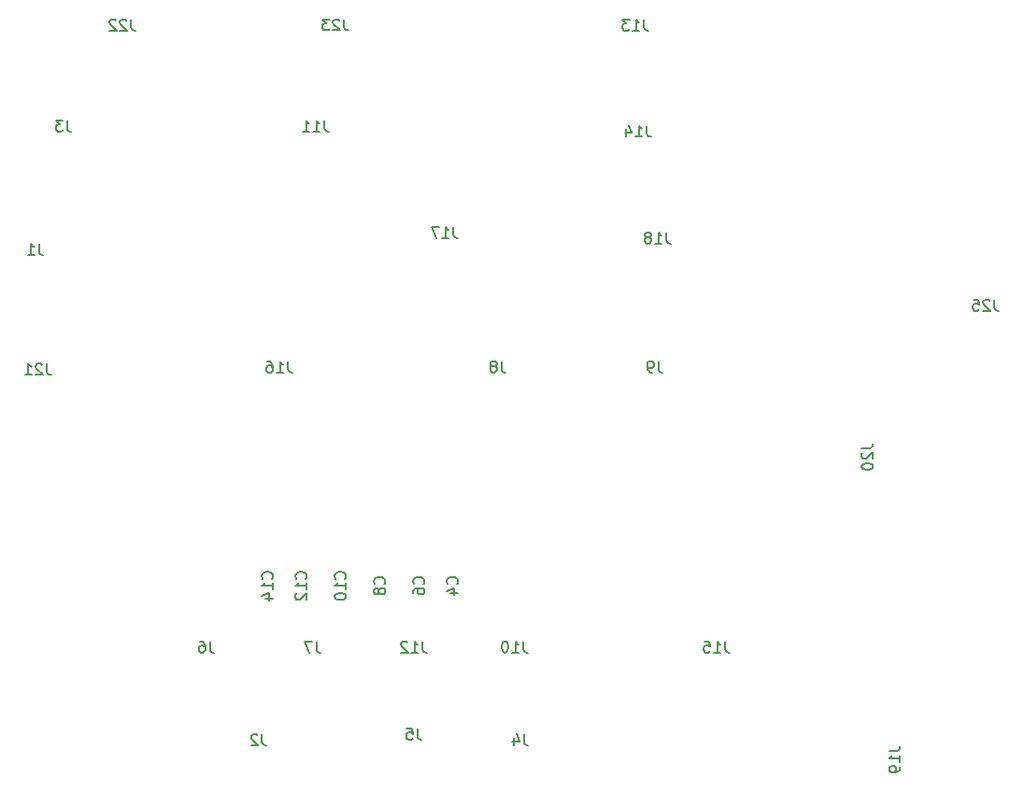
<source format=gbr>
%TF.GenerationSoftware,KiCad,Pcbnew,7.0.9*%
%TF.CreationDate,2023-11-25T12:12:56+10:00*%
%TF.ProjectId,Left Console Input,4c656674-2043-46f6-9e73-6f6c6520496e,rev?*%
%TF.SameCoordinates,Original*%
%TF.FileFunction,Legend,Bot*%
%TF.FilePolarity,Positive*%
%FSLAX46Y46*%
G04 Gerber Fmt 4.6, Leading zero omitted, Abs format (unit mm)*
G04 Created by KiCad (PCBNEW 7.0.9) date 2023-11-25 12:12:56*
%MOMM*%
%LPD*%
G01*
G04 APERTURE LIST*
%ADD10C,0.150000*%
G04 APERTURE END LIST*
D10*
X148111580Y-106977142D02*
X148159200Y-106929523D01*
X148159200Y-106929523D02*
X148206819Y-106786666D01*
X148206819Y-106786666D02*
X148206819Y-106691428D01*
X148206819Y-106691428D02*
X148159200Y-106548571D01*
X148159200Y-106548571D02*
X148063961Y-106453333D01*
X148063961Y-106453333D02*
X147968723Y-106405714D01*
X147968723Y-106405714D02*
X147778247Y-106358095D01*
X147778247Y-106358095D02*
X147635390Y-106358095D01*
X147635390Y-106358095D02*
X147444914Y-106405714D01*
X147444914Y-106405714D02*
X147349676Y-106453333D01*
X147349676Y-106453333D02*
X147254438Y-106548571D01*
X147254438Y-106548571D02*
X147206819Y-106691428D01*
X147206819Y-106691428D02*
X147206819Y-106786666D01*
X147206819Y-106786666D02*
X147254438Y-106929523D01*
X147254438Y-106929523D02*
X147302057Y-106977142D01*
X148206819Y-107929523D02*
X148206819Y-107358095D01*
X148206819Y-107643809D02*
X147206819Y-107643809D01*
X147206819Y-107643809D02*
X147349676Y-107548571D01*
X147349676Y-107548571D02*
X147444914Y-107453333D01*
X147444914Y-107453333D02*
X147492533Y-107358095D01*
X147540152Y-108786666D02*
X148206819Y-108786666D01*
X147159200Y-108548571D02*
X147873485Y-108310476D01*
X147873485Y-108310476D02*
X147873485Y-108929523D01*
X152149333Y-112662819D02*
X152149333Y-113377104D01*
X152149333Y-113377104D02*
X152196952Y-113519961D01*
X152196952Y-113519961D02*
X152292190Y-113615200D01*
X152292190Y-113615200D02*
X152435047Y-113662819D01*
X152435047Y-113662819D02*
X152530285Y-113662819D01*
X151768380Y-112662819D02*
X151101714Y-112662819D01*
X151101714Y-112662819D02*
X151530285Y-113662819D01*
X161769523Y-112662819D02*
X161769523Y-113377104D01*
X161769523Y-113377104D02*
X161817142Y-113519961D01*
X161817142Y-113519961D02*
X161912380Y-113615200D01*
X161912380Y-113615200D02*
X162055237Y-113662819D01*
X162055237Y-113662819D02*
X162150475Y-113662819D01*
X160769523Y-113662819D02*
X161340951Y-113662819D01*
X161055237Y-113662819D02*
X161055237Y-112662819D01*
X161055237Y-112662819D02*
X161150475Y-112805676D01*
X161150475Y-112805676D02*
X161245713Y-112900914D01*
X161245713Y-112900914D02*
X161340951Y-112948533D01*
X160388570Y-112758057D02*
X160340951Y-112710438D01*
X160340951Y-112710438D02*
X160245713Y-112662819D01*
X160245713Y-112662819D02*
X160007618Y-112662819D01*
X160007618Y-112662819D02*
X159912380Y-112710438D01*
X159912380Y-112710438D02*
X159864761Y-112758057D01*
X159864761Y-112758057D02*
X159817142Y-112853295D01*
X159817142Y-112853295D02*
X159817142Y-112948533D01*
X159817142Y-112948533D02*
X159864761Y-113091390D01*
X159864761Y-113091390D02*
X160436189Y-113662819D01*
X160436189Y-113662819D02*
X159817142Y-113662819D01*
X168913333Y-87262819D02*
X168913333Y-87977104D01*
X168913333Y-87977104D02*
X168960952Y-88119961D01*
X168960952Y-88119961D02*
X169056190Y-88215200D01*
X169056190Y-88215200D02*
X169199047Y-88262819D01*
X169199047Y-88262819D02*
X169294285Y-88262819D01*
X168294285Y-87691390D02*
X168389523Y-87643771D01*
X168389523Y-87643771D02*
X168437142Y-87596152D01*
X168437142Y-87596152D02*
X168484761Y-87500914D01*
X168484761Y-87500914D02*
X168484761Y-87453295D01*
X168484761Y-87453295D02*
X168437142Y-87358057D01*
X168437142Y-87358057D02*
X168389523Y-87310438D01*
X168389523Y-87310438D02*
X168294285Y-87262819D01*
X168294285Y-87262819D02*
X168103809Y-87262819D01*
X168103809Y-87262819D02*
X168008571Y-87310438D01*
X168008571Y-87310438D02*
X167960952Y-87358057D01*
X167960952Y-87358057D02*
X167913333Y-87453295D01*
X167913333Y-87453295D02*
X167913333Y-87500914D01*
X167913333Y-87500914D02*
X167960952Y-87596152D01*
X167960952Y-87596152D02*
X168008571Y-87643771D01*
X168008571Y-87643771D02*
X168103809Y-87691390D01*
X168103809Y-87691390D02*
X168294285Y-87691390D01*
X168294285Y-87691390D02*
X168389523Y-87739009D01*
X168389523Y-87739009D02*
X168437142Y-87786628D01*
X168437142Y-87786628D02*
X168484761Y-87881866D01*
X168484761Y-87881866D02*
X168484761Y-88072342D01*
X168484761Y-88072342D02*
X168437142Y-88167580D01*
X168437142Y-88167580D02*
X168389523Y-88215200D01*
X168389523Y-88215200D02*
X168294285Y-88262819D01*
X168294285Y-88262819D02*
X168103809Y-88262819D01*
X168103809Y-88262819D02*
X168008571Y-88215200D01*
X168008571Y-88215200D02*
X167960952Y-88167580D01*
X167960952Y-88167580D02*
X167913333Y-88072342D01*
X167913333Y-88072342D02*
X167913333Y-87881866D01*
X167913333Y-87881866D02*
X167960952Y-87786628D01*
X167960952Y-87786628D02*
X168008571Y-87739009D01*
X168008571Y-87739009D02*
X168103809Y-87691390D01*
X147223333Y-121082819D02*
X147223333Y-121797104D01*
X147223333Y-121797104D02*
X147270952Y-121939961D01*
X147270952Y-121939961D02*
X147366190Y-122035200D01*
X147366190Y-122035200D02*
X147509047Y-122082819D01*
X147509047Y-122082819D02*
X147604285Y-122082819D01*
X146794761Y-121178057D02*
X146747142Y-121130438D01*
X146747142Y-121130438D02*
X146651904Y-121082819D01*
X146651904Y-121082819D02*
X146413809Y-121082819D01*
X146413809Y-121082819D02*
X146318571Y-121130438D01*
X146318571Y-121130438D02*
X146270952Y-121178057D01*
X146270952Y-121178057D02*
X146223333Y-121273295D01*
X146223333Y-121273295D02*
X146223333Y-121368533D01*
X146223333Y-121368533D02*
X146270952Y-121511390D01*
X146270952Y-121511390D02*
X146842380Y-122082819D01*
X146842380Y-122082819D02*
X146223333Y-122082819D01*
X135353523Y-56274819D02*
X135353523Y-56989104D01*
X135353523Y-56989104D02*
X135401142Y-57131961D01*
X135401142Y-57131961D02*
X135496380Y-57227200D01*
X135496380Y-57227200D02*
X135639237Y-57274819D01*
X135639237Y-57274819D02*
X135734475Y-57274819D01*
X134924951Y-56370057D02*
X134877332Y-56322438D01*
X134877332Y-56322438D02*
X134782094Y-56274819D01*
X134782094Y-56274819D02*
X134543999Y-56274819D01*
X134543999Y-56274819D02*
X134448761Y-56322438D01*
X134448761Y-56322438D02*
X134401142Y-56370057D01*
X134401142Y-56370057D02*
X134353523Y-56465295D01*
X134353523Y-56465295D02*
X134353523Y-56560533D01*
X134353523Y-56560533D02*
X134401142Y-56703390D01*
X134401142Y-56703390D02*
X134972570Y-57274819D01*
X134972570Y-57274819D02*
X134353523Y-57274819D01*
X133972570Y-56370057D02*
X133924951Y-56322438D01*
X133924951Y-56322438D02*
X133829713Y-56274819D01*
X133829713Y-56274819D02*
X133591618Y-56274819D01*
X133591618Y-56274819D02*
X133496380Y-56322438D01*
X133496380Y-56322438D02*
X133448761Y-56370057D01*
X133448761Y-56370057D02*
X133401142Y-56465295D01*
X133401142Y-56465295D02*
X133401142Y-56560533D01*
X133401142Y-56560533D02*
X133448761Y-56703390D01*
X133448761Y-56703390D02*
X134020189Y-57274819D01*
X134020189Y-57274819D02*
X133401142Y-57274819D01*
X129543333Y-65418819D02*
X129543333Y-66133104D01*
X129543333Y-66133104D02*
X129590952Y-66275961D01*
X129590952Y-66275961D02*
X129686190Y-66371200D01*
X129686190Y-66371200D02*
X129829047Y-66418819D01*
X129829047Y-66418819D02*
X129924285Y-66418819D01*
X129162380Y-65418819D02*
X128543333Y-65418819D01*
X128543333Y-65418819D02*
X128876666Y-65799771D01*
X128876666Y-65799771D02*
X128733809Y-65799771D01*
X128733809Y-65799771D02*
X128638571Y-65847390D01*
X128638571Y-65847390D02*
X128590952Y-65895009D01*
X128590952Y-65895009D02*
X128543333Y-65990247D01*
X128543333Y-65990247D02*
X128543333Y-66228342D01*
X128543333Y-66228342D02*
X128590952Y-66323580D01*
X128590952Y-66323580D02*
X128638571Y-66371200D01*
X128638571Y-66371200D02*
X128733809Y-66418819D01*
X128733809Y-66418819D02*
X129019523Y-66418819D01*
X129019523Y-66418819D02*
X129114761Y-66371200D01*
X129114761Y-66371200D02*
X129162380Y-66323580D01*
X161827580Y-107453333D02*
X161875200Y-107405714D01*
X161875200Y-107405714D02*
X161922819Y-107262857D01*
X161922819Y-107262857D02*
X161922819Y-107167619D01*
X161922819Y-107167619D02*
X161875200Y-107024762D01*
X161875200Y-107024762D02*
X161779961Y-106929524D01*
X161779961Y-106929524D02*
X161684723Y-106881905D01*
X161684723Y-106881905D02*
X161494247Y-106834286D01*
X161494247Y-106834286D02*
X161351390Y-106834286D01*
X161351390Y-106834286D02*
X161160914Y-106881905D01*
X161160914Y-106881905D02*
X161065676Y-106929524D01*
X161065676Y-106929524D02*
X160970438Y-107024762D01*
X160970438Y-107024762D02*
X160922819Y-107167619D01*
X160922819Y-107167619D02*
X160922819Y-107262857D01*
X160922819Y-107262857D02*
X160970438Y-107405714D01*
X160970438Y-107405714D02*
X161018057Y-107453333D01*
X160922819Y-108310476D02*
X160922819Y-108120000D01*
X160922819Y-108120000D02*
X160970438Y-108024762D01*
X160970438Y-108024762D02*
X161018057Y-107977143D01*
X161018057Y-107977143D02*
X161160914Y-107881905D01*
X161160914Y-107881905D02*
X161351390Y-107834286D01*
X161351390Y-107834286D02*
X161732342Y-107834286D01*
X161732342Y-107834286D02*
X161827580Y-107881905D01*
X161827580Y-107881905D02*
X161875200Y-107929524D01*
X161875200Y-107929524D02*
X161922819Y-108024762D01*
X161922819Y-108024762D02*
X161922819Y-108215238D01*
X161922819Y-108215238D02*
X161875200Y-108310476D01*
X161875200Y-108310476D02*
X161827580Y-108358095D01*
X161827580Y-108358095D02*
X161732342Y-108405714D01*
X161732342Y-108405714D02*
X161494247Y-108405714D01*
X161494247Y-108405714D02*
X161399009Y-108358095D01*
X161399009Y-108358095D02*
X161351390Y-108310476D01*
X161351390Y-108310476D02*
X161303771Y-108215238D01*
X161303771Y-108215238D02*
X161303771Y-108024762D01*
X161303771Y-108024762D02*
X161351390Y-107929524D01*
X161351390Y-107929524D02*
X161399009Y-107881905D01*
X161399009Y-107881905D02*
X161494247Y-107834286D01*
X183137333Y-87262819D02*
X183137333Y-87977104D01*
X183137333Y-87977104D02*
X183184952Y-88119961D01*
X183184952Y-88119961D02*
X183280190Y-88215200D01*
X183280190Y-88215200D02*
X183423047Y-88262819D01*
X183423047Y-88262819D02*
X183518285Y-88262819D01*
X182613523Y-88262819D02*
X182423047Y-88262819D01*
X182423047Y-88262819D02*
X182327809Y-88215200D01*
X182327809Y-88215200D02*
X182280190Y-88167580D01*
X182280190Y-88167580D02*
X182184952Y-88024723D01*
X182184952Y-88024723D02*
X182137333Y-87834247D01*
X182137333Y-87834247D02*
X182137333Y-87453295D01*
X182137333Y-87453295D02*
X182184952Y-87358057D01*
X182184952Y-87358057D02*
X182232571Y-87310438D01*
X182232571Y-87310438D02*
X182327809Y-87262819D01*
X182327809Y-87262819D02*
X182518285Y-87262819D01*
X182518285Y-87262819D02*
X182613523Y-87310438D01*
X182613523Y-87310438D02*
X182661142Y-87358057D01*
X182661142Y-87358057D02*
X182708761Y-87453295D01*
X182708761Y-87453295D02*
X182708761Y-87691390D01*
X182708761Y-87691390D02*
X182661142Y-87786628D01*
X182661142Y-87786628D02*
X182613523Y-87834247D01*
X182613523Y-87834247D02*
X182518285Y-87881866D01*
X182518285Y-87881866D02*
X182327809Y-87881866D01*
X182327809Y-87881866D02*
X182232571Y-87834247D01*
X182232571Y-87834247D02*
X182184952Y-87786628D01*
X182184952Y-87786628D02*
X182137333Y-87691390D01*
X170945333Y-121062819D02*
X170945333Y-121777104D01*
X170945333Y-121777104D02*
X170992952Y-121919961D01*
X170992952Y-121919961D02*
X171088190Y-122015200D01*
X171088190Y-122015200D02*
X171231047Y-122062819D01*
X171231047Y-122062819D02*
X171326285Y-122062819D01*
X170040571Y-121396152D02*
X170040571Y-122062819D01*
X170278666Y-121015200D02*
X170516761Y-121729485D01*
X170516761Y-121729485D02*
X169897714Y-121729485D01*
X152879523Y-65438819D02*
X152879523Y-66153104D01*
X152879523Y-66153104D02*
X152927142Y-66295961D01*
X152927142Y-66295961D02*
X153022380Y-66391200D01*
X153022380Y-66391200D02*
X153165237Y-66438819D01*
X153165237Y-66438819D02*
X153260475Y-66438819D01*
X151879523Y-66438819D02*
X152450951Y-66438819D01*
X152165237Y-66438819D02*
X152165237Y-65438819D01*
X152165237Y-65438819D02*
X152260475Y-65581676D01*
X152260475Y-65581676D02*
X152355713Y-65676914D01*
X152355713Y-65676914D02*
X152450951Y-65724533D01*
X150927142Y-66438819D02*
X151498570Y-66438819D01*
X151212856Y-66438819D02*
X151212856Y-65438819D01*
X151212856Y-65438819D02*
X151308094Y-65581676D01*
X151308094Y-65581676D02*
X151403332Y-65676914D01*
X151403332Y-65676914D02*
X151498570Y-65724533D01*
X158271580Y-107453333D02*
X158319200Y-107405714D01*
X158319200Y-107405714D02*
X158366819Y-107262857D01*
X158366819Y-107262857D02*
X158366819Y-107167619D01*
X158366819Y-107167619D02*
X158319200Y-107024762D01*
X158319200Y-107024762D02*
X158223961Y-106929524D01*
X158223961Y-106929524D02*
X158128723Y-106881905D01*
X158128723Y-106881905D02*
X157938247Y-106834286D01*
X157938247Y-106834286D02*
X157795390Y-106834286D01*
X157795390Y-106834286D02*
X157604914Y-106881905D01*
X157604914Y-106881905D02*
X157509676Y-106929524D01*
X157509676Y-106929524D02*
X157414438Y-107024762D01*
X157414438Y-107024762D02*
X157366819Y-107167619D01*
X157366819Y-107167619D02*
X157366819Y-107262857D01*
X157366819Y-107262857D02*
X157414438Y-107405714D01*
X157414438Y-107405714D02*
X157462057Y-107453333D01*
X157795390Y-108024762D02*
X157747771Y-107929524D01*
X157747771Y-107929524D02*
X157700152Y-107881905D01*
X157700152Y-107881905D02*
X157604914Y-107834286D01*
X157604914Y-107834286D02*
X157557295Y-107834286D01*
X157557295Y-107834286D02*
X157462057Y-107881905D01*
X157462057Y-107881905D02*
X157414438Y-107929524D01*
X157414438Y-107929524D02*
X157366819Y-108024762D01*
X157366819Y-108024762D02*
X157366819Y-108215238D01*
X157366819Y-108215238D02*
X157414438Y-108310476D01*
X157414438Y-108310476D02*
X157462057Y-108358095D01*
X157462057Y-108358095D02*
X157557295Y-108405714D01*
X157557295Y-108405714D02*
X157604914Y-108405714D01*
X157604914Y-108405714D02*
X157700152Y-108358095D01*
X157700152Y-108358095D02*
X157747771Y-108310476D01*
X157747771Y-108310476D02*
X157795390Y-108215238D01*
X157795390Y-108215238D02*
X157795390Y-108024762D01*
X157795390Y-108024762D02*
X157843009Y-107929524D01*
X157843009Y-107929524D02*
X157890628Y-107881905D01*
X157890628Y-107881905D02*
X157985866Y-107834286D01*
X157985866Y-107834286D02*
X158176342Y-107834286D01*
X158176342Y-107834286D02*
X158271580Y-107881905D01*
X158271580Y-107881905D02*
X158319200Y-107929524D01*
X158319200Y-107929524D02*
X158366819Y-108024762D01*
X158366819Y-108024762D02*
X158366819Y-108215238D01*
X158366819Y-108215238D02*
X158319200Y-108310476D01*
X158319200Y-108310476D02*
X158271580Y-108358095D01*
X158271580Y-108358095D02*
X158176342Y-108405714D01*
X158176342Y-108405714D02*
X157985866Y-108405714D01*
X157985866Y-108405714D02*
X157890628Y-108358095D01*
X157890628Y-108358095D02*
X157843009Y-108310476D01*
X157843009Y-108310476D02*
X157795390Y-108215238D01*
X183867523Y-75578819D02*
X183867523Y-76293104D01*
X183867523Y-76293104D02*
X183915142Y-76435961D01*
X183915142Y-76435961D02*
X184010380Y-76531200D01*
X184010380Y-76531200D02*
X184153237Y-76578819D01*
X184153237Y-76578819D02*
X184248475Y-76578819D01*
X182867523Y-76578819D02*
X183438951Y-76578819D01*
X183153237Y-76578819D02*
X183153237Y-75578819D01*
X183153237Y-75578819D02*
X183248475Y-75721676D01*
X183248475Y-75721676D02*
X183343713Y-75816914D01*
X183343713Y-75816914D02*
X183438951Y-75864533D01*
X182296094Y-76007390D02*
X182391332Y-75959771D01*
X182391332Y-75959771D02*
X182438951Y-75912152D01*
X182438951Y-75912152D02*
X182486570Y-75816914D01*
X182486570Y-75816914D02*
X182486570Y-75769295D01*
X182486570Y-75769295D02*
X182438951Y-75674057D01*
X182438951Y-75674057D02*
X182391332Y-75626438D01*
X182391332Y-75626438D02*
X182296094Y-75578819D01*
X182296094Y-75578819D02*
X182105618Y-75578819D01*
X182105618Y-75578819D02*
X182010380Y-75626438D01*
X182010380Y-75626438D02*
X181962761Y-75674057D01*
X181962761Y-75674057D02*
X181915142Y-75769295D01*
X181915142Y-75769295D02*
X181915142Y-75816914D01*
X181915142Y-75816914D02*
X181962761Y-75912152D01*
X181962761Y-75912152D02*
X182010380Y-75959771D01*
X182010380Y-75959771D02*
X182105618Y-76007390D01*
X182105618Y-76007390D02*
X182296094Y-76007390D01*
X182296094Y-76007390D02*
X182391332Y-76055009D01*
X182391332Y-76055009D02*
X182438951Y-76102628D01*
X182438951Y-76102628D02*
X182486570Y-76197866D01*
X182486570Y-76197866D02*
X182486570Y-76388342D01*
X182486570Y-76388342D02*
X182438951Y-76483580D01*
X182438951Y-76483580D02*
X182391332Y-76531200D01*
X182391332Y-76531200D02*
X182296094Y-76578819D01*
X182296094Y-76578819D02*
X182105618Y-76578819D01*
X182105618Y-76578819D02*
X182010380Y-76531200D01*
X182010380Y-76531200D02*
X181962761Y-76483580D01*
X181962761Y-76483580D02*
X181915142Y-76388342D01*
X181915142Y-76388342D02*
X181915142Y-76197866D01*
X181915142Y-76197866D02*
X181962761Y-76102628D01*
X181962761Y-76102628D02*
X182010380Y-76055009D01*
X182010380Y-76055009D02*
X182105618Y-76007390D01*
X170913523Y-112662819D02*
X170913523Y-113377104D01*
X170913523Y-113377104D02*
X170961142Y-113519961D01*
X170961142Y-113519961D02*
X171056380Y-113615200D01*
X171056380Y-113615200D02*
X171199237Y-113662819D01*
X171199237Y-113662819D02*
X171294475Y-113662819D01*
X169913523Y-113662819D02*
X170484951Y-113662819D01*
X170199237Y-113662819D02*
X170199237Y-112662819D01*
X170199237Y-112662819D02*
X170294475Y-112805676D01*
X170294475Y-112805676D02*
X170389713Y-112900914D01*
X170389713Y-112900914D02*
X170484951Y-112948533D01*
X169294475Y-112662819D02*
X169199237Y-112662819D01*
X169199237Y-112662819D02*
X169103999Y-112710438D01*
X169103999Y-112710438D02*
X169056380Y-112758057D01*
X169056380Y-112758057D02*
X169008761Y-112853295D01*
X169008761Y-112853295D02*
X168961142Y-113043771D01*
X168961142Y-113043771D02*
X168961142Y-113281866D01*
X168961142Y-113281866D02*
X169008761Y-113472342D01*
X169008761Y-113472342D02*
X169056380Y-113567580D01*
X169056380Y-113567580D02*
X169103999Y-113615200D01*
X169103999Y-113615200D02*
X169199237Y-113662819D01*
X169199237Y-113662819D02*
X169294475Y-113662819D01*
X169294475Y-113662819D02*
X169389713Y-113615200D01*
X169389713Y-113615200D02*
X169437332Y-113567580D01*
X169437332Y-113567580D02*
X169484951Y-113472342D01*
X169484951Y-113472342D02*
X169532570Y-113281866D01*
X169532570Y-113281866D02*
X169532570Y-113043771D01*
X169532570Y-113043771D02*
X169484951Y-112853295D01*
X169484951Y-112853295D02*
X169437332Y-112758057D01*
X169437332Y-112758057D02*
X169389713Y-112710438D01*
X169389713Y-112710438D02*
X169294475Y-112662819D01*
X201562819Y-95126476D02*
X202277104Y-95126476D01*
X202277104Y-95126476D02*
X202419961Y-95078857D01*
X202419961Y-95078857D02*
X202515200Y-94983619D01*
X202515200Y-94983619D02*
X202562819Y-94840762D01*
X202562819Y-94840762D02*
X202562819Y-94745524D01*
X201658057Y-95555048D02*
X201610438Y-95602667D01*
X201610438Y-95602667D02*
X201562819Y-95697905D01*
X201562819Y-95697905D02*
X201562819Y-95936000D01*
X201562819Y-95936000D02*
X201610438Y-96031238D01*
X201610438Y-96031238D02*
X201658057Y-96078857D01*
X201658057Y-96078857D02*
X201753295Y-96126476D01*
X201753295Y-96126476D02*
X201848533Y-96126476D01*
X201848533Y-96126476D02*
X201991390Y-96078857D01*
X201991390Y-96078857D02*
X202562819Y-95507429D01*
X202562819Y-95507429D02*
X202562819Y-96126476D01*
X201562819Y-96745524D02*
X201562819Y-96840762D01*
X201562819Y-96840762D02*
X201610438Y-96936000D01*
X201610438Y-96936000D02*
X201658057Y-96983619D01*
X201658057Y-96983619D02*
X201753295Y-97031238D01*
X201753295Y-97031238D02*
X201943771Y-97078857D01*
X201943771Y-97078857D02*
X202181866Y-97078857D01*
X202181866Y-97078857D02*
X202372342Y-97031238D01*
X202372342Y-97031238D02*
X202467580Y-96983619D01*
X202467580Y-96983619D02*
X202515200Y-96936000D01*
X202515200Y-96936000D02*
X202562819Y-96840762D01*
X202562819Y-96840762D02*
X202562819Y-96745524D01*
X202562819Y-96745524D02*
X202515200Y-96650286D01*
X202515200Y-96650286D02*
X202467580Y-96602667D01*
X202467580Y-96602667D02*
X202372342Y-96555048D01*
X202372342Y-96555048D02*
X202181866Y-96507429D01*
X202181866Y-96507429D02*
X201943771Y-96507429D01*
X201943771Y-96507429D02*
X201753295Y-96555048D01*
X201753295Y-96555048D02*
X201658057Y-96602667D01*
X201658057Y-96602667D02*
X201610438Y-96650286D01*
X201610438Y-96650286D02*
X201562819Y-96745524D01*
X182089523Y-65906819D02*
X182089523Y-66621104D01*
X182089523Y-66621104D02*
X182137142Y-66763961D01*
X182137142Y-66763961D02*
X182232380Y-66859200D01*
X182232380Y-66859200D02*
X182375237Y-66906819D01*
X182375237Y-66906819D02*
X182470475Y-66906819D01*
X181089523Y-66906819D02*
X181660951Y-66906819D01*
X181375237Y-66906819D02*
X181375237Y-65906819D01*
X181375237Y-65906819D02*
X181470475Y-66049676D01*
X181470475Y-66049676D02*
X181565713Y-66144914D01*
X181565713Y-66144914D02*
X181660951Y-66192533D01*
X180232380Y-66240152D02*
X180232380Y-66906819D01*
X180470475Y-65859200D02*
X180708570Y-66573485D01*
X180708570Y-66573485D02*
X180089523Y-66573485D01*
X127715523Y-87492819D02*
X127715523Y-88207104D01*
X127715523Y-88207104D02*
X127763142Y-88349961D01*
X127763142Y-88349961D02*
X127858380Y-88445200D01*
X127858380Y-88445200D02*
X128001237Y-88492819D01*
X128001237Y-88492819D02*
X128096475Y-88492819D01*
X127286951Y-87588057D02*
X127239332Y-87540438D01*
X127239332Y-87540438D02*
X127144094Y-87492819D01*
X127144094Y-87492819D02*
X126905999Y-87492819D01*
X126905999Y-87492819D02*
X126810761Y-87540438D01*
X126810761Y-87540438D02*
X126763142Y-87588057D01*
X126763142Y-87588057D02*
X126715523Y-87683295D01*
X126715523Y-87683295D02*
X126715523Y-87778533D01*
X126715523Y-87778533D02*
X126763142Y-87921390D01*
X126763142Y-87921390D02*
X127334570Y-88492819D01*
X127334570Y-88492819D02*
X126715523Y-88492819D01*
X125763142Y-88492819D02*
X126334570Y-88492819D01*
X126048856Y-88492819D02*
X126048856Y-87492819D01*
X126048856Y-87492819D02*
X126144094Y-87635676D01*
X126144094Y-87635676D02*
X126239332Y-87730914D01*
X126239332Y-87730914D02*
X126334570Y-87778533D01*
X204054819Y-122576476D02*
X204769104Y-122576476D01*
X204769104Y-122576476D02*
X204911961Y-122528857D01*
X204911961Y-122528857D02*
X205007200Y-122433619D01*
X205007200Y-122433619D02*
X205054819Y-122290762D01*
X205054819Y-122290762D02*
X205054819Y-122195524D01*
X205054819Y-123576476D02*
X205054819Y-123005048D01*
X205054819Y-123290762D02*
X204054819Y-123290762D01*
X204054819Y-123290762D02*
X204197676Y-123195524D01*
X204197676Y-123195524D02*
X204292914Y-123100286D01*
X204292914Y-123100286D02*
X204340533Y-123005048D01*
X205054819Y-124052667D02*
X205054819Y-124243143D01*
X205054819Y-124243143D02*
X205007200Y-124338381D01*
X205007200Y-124338381D02*
X204959580Y-124386000D01*
X204959580Y-124386000D02*
X204816723Y-124481238D01*
X204816723Y-124481238D02*
X204626247Y-124528857D01*
X204626247Y-124528857D02*
X204245295Y-124528857D01*
X204245295Y-124528857D02*
X204150057Y-124481238D01*
X204150057Y-124481238D02*
X204102438Y-124433619D01*
X204102438Y-124433619D02*
X204054819Y-124338381D01*
X204054819Y-124338381D02*
X204054819Y-124147905D01*
X204054819Y-124147905D02*
X204102438Y-124052667D01*
X204102438Y-124052667D02*
X204150057Y-124005048D01*
X204150057Y-124005048D02*
X204245295Y-123957429D01*
X204245295Y-123957429D02*
X204483390Y-123957429D01*
X204483390Y-123957429D02*
X204578628Y-124005048D01*
X204578628Y-124005048D02*
X204626247Y-124052667D01*
X204626247Y-124052667D02*
X204673866Y-124147905D01*
X204673866Y-124147905D02*
X204673866Y-124338381D01*
X204673866Y-124338381D02*
X204626247Y-124433619D01*
X204626247Y-124433619D02*
X204578628Y-124481238D01*
X204578628Y-124481238D02*
X204483390Y-124528857D01*
X151159580Y-106977142D02*
X151207200Y-106929523D01*
X151207200Y-106929523D02*
X151254819Y-106786666D01*
X151254819Y-106786666D02*
X151254819Y-106691428D01*
X151254819Y-106691428D02*
X151207200Y-106548571D01*
X151207200Y-106548571D02*
X151111961Y-106453333D01*
X151111961Y-106453333D02*
X151016723Y-106405714D01*
X151016723Y-106405714D02*
X150826247Y-106358095D01*
X150826247Y-106358095D02*
X150683390Y-106358095D01*
X150683390Y-106358095D02*
X150492914Y-106405714D01*
X150492914Y-106405714D02*
X150397676Y-106453333D01*
X150397676Y-106453333D02*
X150302438Y-106548571D01*
X150302438Y-106548571D02*
X150254819Y-106691428D01*
X150254819Y-106691428D02*
X150254819Y-106786666D01*
X150254819Y-106786666D02*
X150302438Y-106929523D01*
X150302438Y-106929523D02*
X150350057Y-106977142D01*
X151254819Y-107929523D02*
X151254819Y-107358095D01*
X151254819Y-107643809D02*
X150254819Y-107643809D01*
X150254819Y-107643809D02*
X150397676Y-107548571D01*
X150397676Y-107548571D02*
X150492914Y-107453333D01*
X150492914Y-107453333D02*
X150540533Y-107358095D01*
X150350057Y-108310476D02*
X150302438Y-108358095D01*
X150302438Y-108358095D02*
X150254819Y-108453333D01*
X150254819Y-108453333D02*
X150254819Y-108691428D01*
X150254819Y-108691428D02*
X150302438Y-108786666D01*
X150302438Y-108786666D02*
X150350057Y-108834285D01*
X150350057Y-108834285D02*
X150445295Y-108881904D01*
X150445295Y-108881904D02*
X150540533Y-108881904D01*
X150540533Y-108881904D02*
X150683390Y-108834285D01*
X150683390Y-108834285D02*
X151254819Y-108262857D01*
X151254819Y-108262857D02*
X151254819Y-108881904D01*
X164563523Y-75070819D02*
X164563523Y-75785104D01*
X164563523Y-75785104D02*
X164611142Y-75927961D01*
X164611142Y-75927961D02*
X164706380Y-76023200D01*
X164706380Y-76023200D02*
X164849237Y-76070819D01*
X164849237Y-76070819D02*
X164944475Y-76070819D01*
X163563523Y-76070819D02*
X164134951Y-76070819D01*
X163849237Y-76070819D02*
X163849237Y-75070819D01*
X163849237Y-75070819D02*
X163944475Y-75213676D01*
X163944475Y-75213676D02*
X164039713Y-75308914D01*
X164039713Y-75308914D02*
X164134951Y-75356533D01*
X163230189Y-75070819D02*
X162563523Y-75070819D01*
X162563523Y-75070819D02*
X162992094Y-76070819D01*
X149577523Y-87282819D02*
X149577523Y-87997104D01*
X149577523Y-87997104D02*
X149625142Y-88139961D01*
X149625142Y-88139961D02*
X149720380Y-88235200D01*
X149720380Y-88235200D02*
X149863237Y-88282819D01*
X149863237Y-88282819D02*
X149958475Y-88282819D01*
X148577523Y-88282819D02*
X149148951Y-88282819D01*
X148863237Y-88282819D02*
X148863237Y-87282819D01*
X148863237Y-87282819D02*
X148958475Y-87425676D01*
X148958475Y-87425676D02*
X149053713Y-87520914D01*
X149053713Y-87520914D02*
X149148951Y-87568533D01*
X147720380Y-87282819D02*
X147910856Y-87282819D01*
X147910856Y-87282819D02*
X148006094Y-87330438D01*
X148006094Y-87330438D02*
X148053713Y-87378057D01*
X148053713Y-87378057D02*
X148148951Y-87520914D01*
X148148951Y-87520914D02*
X148196570Y-87711390D01*
X148196570Y-87711390D02*
X148196570Y-88092342D01*
X148196570Y-88092342D02*
X148148951Y-88187580D01*
X148148951Y-88187580D02*
X148101332Y-88235200D01*
X148101332Y-88235200D02*
X148006094Y-88282819D01*
X148006094Y-88282819D02*
X147815618Y-88282819D01*
X147815618Y-88282819D02*
X147720380Y-88235200D01*
X147720380Y-88235200D02*
X147672761Y-88187580D01*
X147672761Y-88187580D02*
X147625142Y-88092342D01*
X147625142Y-88092342D02*
X147625142Y-87854247D01*
X147625142Y-87854247D02*
X147672761Y-87759009D01*
X147672761Y-87759009D02*
X147720380Y-87711390D01*
X147720380Y-87711390D02*
X147815618Y-87663771D01*
X147815618Y-87663771D02*
X148006094Y-87663771D01*
X148006094Y-87663771D02*
X148101332Y-87711390D01*
X148101332Y-87711390D02*
X148148951Y-87759009D01*
X148148951Y-87759009D02*
X148196570Y-87854247D01*
X189201523Y-112662819D02*
X189201523Y-113377104D01*
X189201523Y-113377104D02*
X189249142Y-113519961D01*
X189249142Y-113519961D02*
X189344380Y-113615200D01*
X189344380Y-113615200D02*
X189487237Y-113662819D01*
X189487237Y-113662819D02*
X189582475Y-113662819D01*
X188201523Y-113662819D02*
X188772951Y-113662819D01*
X188487237Y-113662819D02*
X188487237Y-112662819D01*
X188487237Y-112662819D02*
X188582475Y-112805676D01*
X188582475Y-112805676D02*
X188677713Y-112900914D01*
X188677713Y-112900914D02*
X188772951Y-112948533D01*
X187296761Y-112662819D02*
X187772951Y-112662819D01*
X187772951Y-112662819D02*
X187820570Y-113139009D01*
X187820570Y-113139009D02*
X187772951Y-113091390D01*
X187772951Y-113091390D02*
X187677713Y-113043771D01*
X187677713Y-113043771D02*
X187439618Y-113043771D01*
X187439618Y-113043771D02*
X187344380Y-113091390D01*
X187344380Y-113091390D02*
X187296761Y-113139009D01*
X187296761Y-113139009D02*
X187249142Y-113234247D01*
X187249142Y-113234247D02*
X187249142Y-113472342D01*
X187249142Y-113472342D02*
X187296761Y-113567580D01*
X187296761Y-113567580D02*
X187344380Y-113615200D01*
X187344380Y-113615200D02*
X187439618Y-113662819D01*
X187439618Y-113662819D02*
X187677713Y-113662819D01*
X187677713Y-113662819D02*
X187772951Y-113615200D01*
X187772951Y-113615200D02*
X187820570Y-113567580D01*
X154657523Y-56254819D02*
X154657523Y-56969104D01*
X154657523Y-56969104D02*
X154705142Y-57111961D01*
X154705142Y-57111961D02*
X154800380Y-57207200D01*
X154800380Y-57207200D02*
X154943237Y-57254819D01*
X154943237Y-57254819D02*
X155038475Y-57254819D01*
X154228951Y-56350057D02*
X154181332Y-56302438D01*
X154181332Y-56302438D02*
X154086094Y-56254819D01*
X154086094Y-56254819D02*
X153847999Y-56254819D01*
X153847999Y-56254819D02*
X153752761Y-56302438D01*
X153752761Y-56302438D02*
X153705142Y-56350057D01*
X153705142Y-56350057D02*
X153657523Y-56445295D01*
X153657523Y-56445295D02*
X153657523Y-56540533D01*
X153657523Y-56540533D02*
X153705142Y-56683390D01*
X153705142Y-56683390D02*
X154276570Y-57254819D01*
X154276570Y-57254819D02*
X153657523Y-57254819D01*
X153324189Y-56254819D02*
X152705142Y-56254819D01*
X152705142Y-56254819D02*
X153038475Y-56635771D01*
X153038475Y-56635771D02*
X152895618Y-56635771D01*
X152895618Y-56635771D02*
X152800380Y-56683390D01*
X152800380Y-56683390D02*
X152752761Y-56731009D01*
X152752761Y-56731009D02*
X152705142Y-56826247D01*
X152705142Y-56826247D02*
X152705142Y-57064342D01*
X152705142Y-57064342D02*
X152752761Y-57159580D01*
X152752761Y-57159580D02*
X152800380Y-57207200D01*
X152800380Y-57207200D02*
X152895618Y-57254819D01*
X152895618Y-57254819D02*
X153181332Y-57254819D01*
X153181332Y-57254819D02*
X153276570Y-57207200D01*
X153276570Y-57207200D02*
X153324189Y-57159580D01*
X164875580Y-107453333D02*
X164923200Y-107405714D01*
X164923200Y-107405714D02*
X164970819Y-107262857D01*
X164970819Y-107262857D02*
X164970819Y-107167619D01*
X164970819Y-107167619D02*
X164923200Y-107024762D01*
X164923200Y-107024762D02*
X164827961Y-106929524D01*
X164827961Y-106929524D02*
X164732723Y-106881905D01*
X164732723Y-106881905D02*
X164542247Y-106834286D01*
X164542247Y-106834286D02*
X164399390Y-106834286D01*
X164399390Y-106834286D02*
X164208914Y-106881905D01*
X164208914Y-106881905D02*
X164113676Y-106929524D01*
X164113676Y-106929524D02*
X164018438Y-107024762D01*
X164018438Y-107024762D02*
X163970819Y-107167619D01*
X163970819Y-107167619D02*
X163970819Y-107262857D01*
X163970819Y-107262857D02*
X164018438Y-107405714D01*
X164018438Y-107405714D02*
X164066057Y-107453333D01*
X164304152Y-108310476D02*
X164970819Y-108310476D01*
X163923200Y-108072381D02*
X164637485Y-107834286D01*
X164637485Y-107834286D02*
X164637485Y-108453333D01*
X181835523Y-56274819D02*
X181835523Y-56989104D01*
X181835523Y-56989104D02*
X181883142Y-57131961D01*
X181883142Y-57131961D02*
X181978380Y-57227200D01*
X181978380Y-57227200D02*
X182121237Y-57274819D01*
X182121237Y-57274819D02*
X182216475Y-57274819D01*
X180835523Y-57274819D02*
X181406951Y-57274819D01*
X181121237Y-57274819D02*
X181121237Y-56274819D01*
X181121237Y-56274819D02*
X181216475Y-56417676D01*
X181216475Y-56417676D02*
X181311713Y-56512914D01*
X181311713Y-56512914D02*
X181406951Y-56560533D01*
X180502189Y-56274819D02*
X179883142Y-56274819D01*
X179883142Y-56274819D02*
X180216475Y-56655771D01*
X180216475Y-56655771D02*
X180073618Y-56655771D01*
X180073618Y-56655771D02*
X179978380Y-56703390D01*
X179978380Y-56703390D02*
X179930761Y-56751009D01*
X179930761Y-56751009D02*
X179883142Y-56846247D01*
X179883142Y-56846247D02*
X179883142Y-57084342D01*
X179883142Y-57084342D02*
X179930761Y-57179580D01*
X179930761Y-57179580D02*
X179978380Y-57227200D01*
X179978380Y-57227200D02*
X180073618Y-57274819D01*
X180073618Y-57274819D02*
X180359332Y-57274819D01*
X180359332Y-57274819D02*
X180454570Y-57227200D01*
X180454570Y-57227200D02*
X180502189Y-57179580D01*
X142497333Y-112662819D02*
X142497333Y-113377104D01*
X142497333Y-113377104D02*
X142544952Y-113519961D01*
X142544952Y-113519961D02*
X142640190Y-113615200D01*
X142640190Y-113615200D02*
X142783047Y-113662819D01*
X142783047Y-113662819D02*
X142878285Y-113662819D01*
X141592571Y-112662819D02*
X141783047Y-112662819D01*
X141783047Y-112662819D02*
X141878285Y-112710438D01*
X141878285Y-112710438D02*
X141925904Y-112758057D01*
X141925904Y-112758057D02*
X142021142Y-112900914D01*
X142021142Y-112900914D02*
X142068761Y-113091390D01*
X142068761Y-113091390D02*
X142068761Y-113472342D01*
X142068761Y-113472342D02*
X142021142Y-113567580D01*
X142021142Y-113567580D02*
X141973523Y-113615200D01*
X141973523Y-113615200D02*
X141878285Y-113662819D01*
X141878285Y-113662819D02*
X141687809Y-113662819D01*
X141687809Y-113662819D02*
X141592571Y-113615200D01*
X141592571Y-113615200D02*
X141544952Y-113567580D01*
X141544952Y-113567580D02*
X141497333Y-113472342D01*
X141497333Y-113472342D02*
X141497333Y-113234247D01*
X141497333Y-113234247D02*
X141544952Y-113139009D01*
X141544952Y-113139009D02*
X141592571Y-113091390D01*
X141592571Y-113091390D02*
X141687809Y-113043771D01*
X141687809Y-113043771D02*
X141878285Y-113043771D01*
X141878285Y-113043771D02*
X141973523Y-113091390D01*
X141973523Y-113091390D02*
X142021142Y-113139009D01*
X142021142Y-113139009D02*
X142068761Y-113234247D01*
X127003333Y-76594819D02*
X127003333Y-77309104D01*
X127003333Y-77309104D02*
X127050952Y-77451961D01*
X127050952Y-77451961D02*
X127146190Y-77547200D01*
X127146190Y-77547200D02*
X127289047Y-77594819D01*
X127289047Y-77594819D02*
X127384285Y-77594819D01*
X126003333Y-77594819D02*
X126574761Y-77594819D01*
X126289047Y-77594819D02*
X126289047Y-76594819D01*
X126289047Y-76594819D02*
X126384285Y-76737676D01*
X126384285Y-76737676D02*
X126479523Y-76832914D01*
X126479523Y-76832914D02*
X126574761Y-76880533D01*
X213585523Y-81674819D02*
X213585523Y-82389104D01*
X213585523Y-82389104D02*
X213633142Y-82531961D01*
X213633142Y-82531961D02*
X213728380Y-82627200D01*
X213728380Y-82627200D02*
X213871237Y-82674819D01*
X213871237Y-82674819D02*
X213966475Y-82674819D01*
X213156951Y-81770057D02*
X213109332Y-81722438D01*
X213109332Y-81722438D02*
X213014094Y-81674819D01*
X213014094Y-81674819D02*
X212775999Y-81674819D01*
X212775999Y-81674819D02*
X212680761Y-81722438D01*
X212680761Y-81722438D02*
X212633142Y-81770057D01*
X212633142Y-81770057D02*
X212585523Y-81865295D01*
X212585523Y-81865295D02*
X212585523Y-81960533D01*
X212585523Y-81960533D02*
X212633142Y-82103390D01*
X212633142Y-82103390D02*
X213204570Y-82674819D01*
X213204570Y-82674819D02*
X212585523Y-82674819D01*
X211680761Y-81674819D02*
X212156951Y-81674819D01*
X212156951Y-81674819D02*
X212204570Y-82151009D01*
X212204570Y-82151009D02*
X212156951Y-82103390D01*
X212156951Y-82103390D02*
X212061713Y-82055771D01*
X212061713Y-82055771D02*
X211823618Y-82055771D01*
X211823618Y-82055771D02*
X211728380Y-82103390D01*
X211728380Y-82103390D02*
X211680761Y-82151009D01*
X211680761Y-82151009D02*
X211633142Y-82246247D01*
X211633142Y-82246247D02*
X211633142Y-82484342D01*
X211633142Y-82484342D02*
X211680761Y-82579580D01*
X211680761Y-82579580D02*
X211728380Y-82627200D01*
X211728380Y-82627200D02*
X211823618Y-82674819D01*
X211823618Y-82674819D02*
X212061713Y-82674819D01*
X212061713Y-82674819D02*
X212156951Y-82627200D01*
X212156951Y-82627200D02*
X212204570Y-82579580D01*
X161293333Y-120554819D02*
X161293333Y-121269104D01*
X161293333Y-121269104D02*
X161340952Y-121411961D01*
X161340952Y-121411961D02*
X161436190Y-121507200D01*
X161436190Y-121507200D02*
X161579047Y-121554819D01*
X161579047Y-121554819D02*
X161674285Y-121554819D01*
X160340952Y-120554819D02*
X160817142Y-120554819D01*
X160817142Y-120554819D02*
X160864761Y-121031009D01*
X160864761Y-121031009D02*
X160817142Y-120983390D01*
X160817142Y-120983390D02*
X160721904Y-120935771D01*
X160721904Y-120935771D02*
X160483809Y-120935771D01*
X160483809Y-120935771D02*
X160388571Y-120983390D01*
X160388571Y-120983390D02*
X160340952Y-121031009D01*
X160340952Y-121031009D02*
X160293333Y-121126247D01*
X160293333Y-121126247D02*
X160293333Y-121364342D01*
X160293333Y-121364342D02*
X160340952Y-121459580D01*
X160340952Y-121459580D02*
X160388571Y-121507200D01*
X160388571Y-121507200D02*
X160483809Y-121554819D01*
X160483809Y-121554819D02*
X160721904Y-121554819D01*
X160721904Y-121554819D02*
X160817142Y-121507200D01*
X160817142Y-121507200D02*
X160864761Y-121459580D01*
X154715580Y-106977142D02*
X154763200Y-106929523D01*
X154763200Y-106929523D02*
X154810819Y-106786666D01*
X154810819Y-106786666D02*
X154810819Y-106691428D01*
X154810819Y-106691428D02*
X154763200Y-106548571D01*
X154763200Y-106548571D02*
X154667961Y-106453333D01*
X154667961Y-106453333D02*
X154572723Y-106405714D01*
X154572723Y-106405714D02*
X154382247Y-106358095D01*
X154382247Y-106358095D02*
X154239390Y-106358095D01*
X154239390Y-106358095D02*
X154048914Y-106405714D01*
X154048914Y-106405714D02*
X153953676Y-106453333D01*
X153953676Y-106453333D02*
X153858438Y-106548571D01*
X153858438Y-106548571D02*
X153810819Y-106691428D01*
X153810819Y-106691428D02*
X153810819Y-106786666D01*
X153810819Y-106786666D02*
X153858438Y-106929523D01*
X153858438Y-106929523D02*
X153906057Y-106977142D01*
X154810819Y-107929523D02*
X154810819Y-107358095D01*
X154810819Y-107643809D02*
X153810819Y-107643809D01*
X153810819Y-107643809D02*
X153953676Y-107548571D01*
X153953676Y-107548571D02*
X154048914Y-107453333D01*
X154048914Y-107453333D02*
X154096533Y-107358095D01*
X153810819Y-108548571D02*
X153810819Y-108643809D01*
X153810819Y-108643809D02*
X153858438Y-108739047D01*
X153858438Y-108739047D02*
X153906057Y-108786666D01*
X153906057Y-108786666D02*
X154001295Y-108834285D01*
X154001295Y-108834285D02*
X154191771Y-108881904D01*
X154191771Y-108881904D02*
X154429866Y-108881904D01*
X154429866Y-108881904D02*
X154620342Y-108834285D01*
X154620342Y-108834285D02*
X154715580Y-108786666D01*
X154715580Y-108786666D02*
X154763200Y-108739047D01*
X154763200Y-108739047D02*
X154810819Y-108643809D01*
X154810819Y-108643809D02*
X154810819Y-108548571D01*
X154810819Y-108548571D02*
X154763200Y-108453333D01*
X154763200Y-108453333D02*
X154715580Y-108405714D01*
X154715580Y-108405714D02*
X154620342Y-108358095D01*
X154620342Y-108358095D02*
X154429866Y-108310476D01*
X154429866Y-108310476D02*
X154191771Y-108310476D01*
X154191771Y-108310476D02*
X154001295Y-108358095D01*
X154001295Y-108358095D02*
X153906057Y-108405714D01*
X153906057Y-108405714D02*
X153858438Y-108453333D01*
X153858438Y-108453333D02*
X153810819Y-108548571D01*
M02*

</source>
